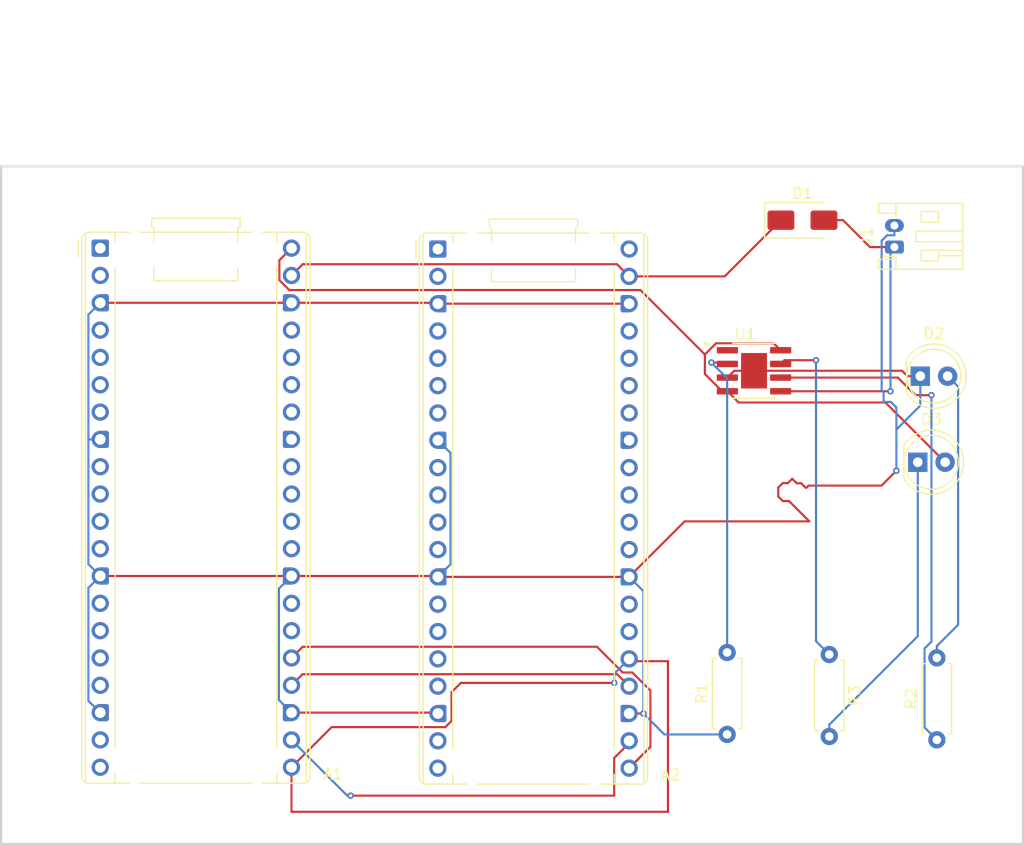
<source format=kicad_pcb>
(kicad_pcb (version 20241229) (generator "pcbnew") (generator_version "9.0")
  (layers (0 "F.Cu" signal) (2 "B.Cu" signal) (13 "F.Paste" user) (15 "B.Paste" user) (5 "F.SilkS" user "F.Silkscreen") (7 "B.SilkS" user "B.Silkscreen") (1 "F.Mask" user) (3 "B.Mask" user) (25 "Edge.Cuts" user))
  (net 0 "")
  (net 1 "VBAT(+)")
  (net 2 "VSYS")
  (net 3 "Net-(D2-A)")
  (net 4 "GND")
  (net 5 "Net-(D3-K)")
  (net 6 "Net-(U1-PROG)")
  (net 7 "STDBY")
  (net 8 "CHRG")
  (net 10 "VBUS")
  (net 11 "SCK")
  (net 12 "CS")
  (net 13 "RX-TX")
  (net 14 "TX-RX")
  (footprint "LED_THT:LED_D5.0mm" (layer "F.Cu") (at 159.725 72.5)
    (property "Reference" "D3" (at 1.27 -3.96 0) (layer "F.SilkS"))
    (property "Value" "LED")
    (fp_line (start -1.29 -1.545) (end -1.29 1.545) (stroke (width 0.12)) (layer "F.SilkS"))
    (fp_arc (start -1.29 -1.54483) (mid 2.071756 -2.880501) (end 4.26 -0.000048) (stroke (width 0.12)) (layer "F.SilkS"))
    (fp_arc (start 4.26 0.000048) (mid 2.071756 2.880501) (end -1.29 1.54483) (stroke (width 0.12)) (layer "F.SilkS"))
    (fp_circle (center 1.27 0) (end 3.77 0) (stroke (width 0.12)) (fill no) (layer "F.SilkS"))
    (pad "1" thru_hole rect (at 0 0) (size 1.8 1.8) (drill 0.9) (layers "*.Cu" "*.Mask") (net 5 "Net-(D3-K)"))
    (pad "2" thru_hole circle (at 2.54 0) (size 1.8 1.8) (drill 0.9) (layers "*.Cu" "*.Mask") (net 10 "VBUS"))
  )
  (footprint "Module:RaspberryPi_Pico_Common_THT" (layer "F.Cu") (at 83.72 52.6)
    (property "Reference" "A1" (at 20.6375 48.895 0) (layer "F.SilkS") (effects (justify left)))
    (property "Value" "RaspberryPi_Pico")
    (fp_line (start -2.04 0.8) (end -2.04 -0.8) (stroke (width 0.12)) (layer "F.SilkS"))
    (fp_line (start -1.72 -0.87) (end -1.72 49.13) (stroke (width 0.12)) (layer "F.SilkS"))
    (fp_line (start -1.38 -1.417) (end -1.38 49.677) (stroke (width 0.12)) (layer "F.SilkS"))
    (fp_line (start -1.11 -1.48) (end 1.38 -1.48) (stroke (width 0.12)) (layer "F.SilkS"))
    (fp_line (start -1.11 49.74) (end 2.727939 49.74) (stroke (width 0.12)) (layer "F.SilkS"))
    (fp_line (start 1.38 -1.48) (end 1.38 -0.56648) (stroke (width 0.12)) (layer "F.SilkS"))
    (fp_line (start 1.38 -1.48) (end 2.72794 -1.48) (stroke (width 0.12)) (layer "F.SilkS"))
    (fp_line (start 1.38 1.82648) (end 1.38 46.43352) (stroke (width 0.12)) (layer "F.SilkS"))
    (fp_line (start 1.38 48.82648) (end 1.38 49.74) (stroke (width 0.12)) (layer "F.SilkS"))
    (fp_line (start 3.652061 -1.48) (end 4.655 -1.48) (stroke (width 0.12)) (layer "F.SilkS"))
    (fp_line (start 4.655 -1.48) (end 13.125 -1.48) (stroke (width 0.12)) (layer "F.SilkS"))
    (fp_line (start 4.78 -2.78) (end 4.78 -1.96) (stroke (width 0.12)) (layer "F.SilkS"))
    (fp_line (start 4.78 -2.78) (end 13 -2.78) (stroke (width 0.12)) (layer "F.SilkS"))
    (fp_line (start 4.78 -1.96) (end 4.99 -1.96) (stroke (width 0.12)) (layer "F.SilkS"))
    (fp_line (start 4.99 -1.96) (end 4.99 -0.564) (stroke (width 0.12)) (layer "F.SilkS"))
    (fp_line (start 4.99 1.824) (end 4.99 3.04) (stroke (width 0.12)) (layer "F.SilkS"))
    (fp_line (start 5.29 49.74) (end 3.652061 49.74) (stroke (width 0.12)) (layer "F.SilkS"))
    (fp_line (start 12.49 49.74) (end 5.29 49.74) (stroke (width 0.12)) (layer "F.SilkS"))
    (fp_line (start 12.79 -1.96) (end 12.79 -0.564) (stroke (width 0.12)) (layer "F.SilkS"))
    (fp_line (start 12.79 1.824) (end 12.79 3.04) (stroke (width 0.12)) (layer "F.SilkS"))
    (fp_line (start 12.79 3.04) (end 4.99 3.04) (stroke (width 0.12)) (layer "F.SilkS"))
    (fp_line (start 13 -2.78) (end 13 -1.96) (stroke (width 0.12)) (layer "F.SilkS"))
    (fp_line (start 13 -1.96) (end 12.79 -1.96) (stroke (width 0.12)) (layer "F.SilkS"))
    (fp_line (start 13.125 -1.48) (end 14.127939 -1.48) (stroke (width 0.12)) (layer "F.SilkS"))
    (fp_line (start 14.127939 49.74) (end 12.49 49.74) (stroke (width 0.12)) (layer "F.SilkS"))
    (fp_line (start 15.052061 -1.48) (end 16.4 -1.48) (stroke (width 0.12)) (layer "F.SilkS"))
    (fp_line (start 15.052061 49.74) (end 18.89 49.74) (stroke (width 0.12)) (layer "F.SilkS"))
    (fp_line (start 16.4 -1.48) (end 16.4 -0.56648) (stroke (width 0.12)) (layer "F.SilkS"))
    (fp_line (start 16.4 1.82648) (end 16.4 46.43352) (stroke (width 0.12)) (layer "F.SilkS"))
    (fp_line (start 16.4 48.82648) (end 16.4 49.74) (stroke (width 0.12)) (layer "F.SilkS"))
    (fp_line (start 18.89 -1.48) (end 16.4 -1.48) (stroke (width 0.12)) (layer "F.SilkS"))
    (fp_line (start 19.16 49.677) (end 19.16 -1.417) (stroke (width 0.12)) (layer "F.SilkS"))
    (fp_line (start 19.5 -0.87) (end 19.5 49.13) (stroke (width 0.12)) (layer "F.SilkS"))
    (fp_arc (start -1.72 -0.87) (mid -1.541335 -1.301335) (end -1.11 -1.48) (stroke (width 0.12)) (layer "F.SilkS"))
    (fp_arc (start -1.11 49.74) (mid -1.541364 49.561364) (end -1.72 49.13) (stroke (width 0.12)) (layer "F.SilkS"))
    (fp_arc (start 18.89 -1.48) (mid 19.321335 -1.301335) (end 19.5 -0.87) (stroke (width 0.12)) (layer "F.SilkS"))
    (fp_arc (start 19.5 49.13) (mid 19.321335 49.561335) (end 18.89 49.74) (stroke (width 0.12)) (layer "F.SilkS"))
    (pad "1" thru_hole roundrect (at 0 0) (size 1.6 1.6) (drill 1) (layers "*.Cu" "*.Mask") (roundrect_rratio 0.125))
    (pad "2" thru_hole circle (at 0 2.54) (size 1.6 1.6) (drill 1) (layers "*.Cu" "*.Mask"))
    (pad "3" thru_hole custom (at 0 5.08) (size 1.6 1.6) (drill 1) (layers "*.Cu" "*.Mask") (net 4 "GND") (options (clearance outline) (anchor circle)) (primitives (gr_poly (pts (xy 0.8 0.6) (xy 0.8 -0.6) (xy 0.6 -0.8) (xy 0 -0.8) (xy 0 0.8) (xy 0.6 0.8)) (width 0) (fill yes)) (gr_circle (center 0.6 0.6) (end 0.8 0.6) (width 0) (fill yes)) (gr_circle (center 0.6 -0.6) (end 0.8 -0.6) (width 0) (fill yes))))
    (pad "4" thru_hole circle (at 0 7.62) (size 1.6 1.6) (drill 1) (layers "*.Cu" "*.Mask"))
    (pad "5" thru_hole circle (at 0 10.16) (size 1.6 1.6) (drill 1) (layers "*.Cu" "*.Mask"))
    (pad "6" thru_hole circle (at 0 12.7) (size 1.6 1.6) (drill 1) (layers "*.Cu" "*.Mask"))
    (pad "7" thru_hole circle (at 0 15.24) (size 1.6 1.6) (drill 1) (layers "*.Cu" "*.Mask"))
    (pad "8" thru_hole custom (at 0 17.78) (size 1.6 1.6) (drill 1) (layers "*.Cu" "*.Mask") (net 4 "GND") (options (clearance outline) (anchor circle)) (primitives (gr_poly (pts (xy 0.8 0.6) (xy 0.8 -0.6) (xy 0.6 -0.8) (xy 0 -0.8) (xy 0 0.8) (xy 0.6 0.8)) (width 0) (fill yes)) (gr_circle (center 0.6 0.6) (end 0.8 0.6) (width 0) (fill yes)) (gr_circle (center 0.6 -0.6) (end 0.8 -0.6) (width 0) (fill yes))))
    (pad "9" thru_hole circle (at 0 20.32) (size 1.6 1.6) (drill 1) (layers "*.Cu" "*.Mask"))
    (pad "10" thru_hole circle (at 0 22.86) (size 1.6 1.6) (drill 1) (layers "*.Cu" "*.Mask"))
    (pad "11" thru_hole circle (at 0 25.4) (size 1.6 1.6) (drill 1) (layers "*.Cu" "*.Mask"))
    (pad "12" thru_hole circle (at 0 27.94) (size 1.6 1.6) (drill 1) (layers "*.Cu" "*.Mask"))
    (pad "13" thru_hole custom (at 0 30.48) (size 1.6 1.6) (drill 1) (layers "*.Cu" "*.Mask") (net 4 "GND") (options (clearance outline) (anchor circle)) (primitives (gr_poly (pts (xy 0.8 0.6) (xy 0.8 -0.6) (xy 0.6 -0.8) (xy 0 -0.8) (xy 0 0.8) (xy 0.6 0.8)) (width 0) (fill yes)) (gr_circle (center 0.6 0.6) (end 0.8 0.6) (width 0) (fill yes)) (gr_circle (center 0.6 -0.6) (end 0.8 -0.6) (width 0) (fill yes))))
    (pad "14" thru_hole circle (at 0 33.02) (size 1.6 1.6) (drill 1) (layers "*.Cu" "*.Mask"))
    (pad "15" thru_hole circle (at 0 35.56) (size 1.6 1.6) (drill 1) (layers "*.Cu" "*.Mask"))
    (pad "16" thru_hole circle (at 0 38.1) (size 1.6 1.6) (drill 1) (layers "*.Cu" "*.Mask"))
    (pad "17" thru_hole circle (at 0 40.64) (size 1.6 1.6) (drill 1) (layers "*.Cu" "*.Mask"))
    (pad "18" thru_hole custom (at 0 43.18) (size 1.6 1.6) (drill 1) (layers "*.Cu" "*.Mask") (net 4 "GND") (options (clearance outline) (anchor circle)) (primitives (gr_poly (pts (xy 0.8 0.6) (xy 0.8 -0.6) (xy 0.6 -0.8) (xy 0 -0.8) (xy 0 0.8) (xy 0.6 0.8)) (width 0) (fill yes)) (gr_circle (center 0.6 0.6) (end 0.8 0.6) (width 0) (fill yes)) (gr_circle (center 0.6 -0.6) (end 0.8 -0.6) (width 0) (fill yes))))
    (pad "19" thru_hole circle (at 0 45.72) (size 1.6 1.6) (drill 1) (layers "*.Cu" "*.Mask"))
    (pad "20" thru_hole circle (at 0 48.26) (size 1.6 1.6) (drill 1) (layers "*.Cu" "*.Mask"))
    (pad "21" thru_hole circle (at 17.78 48.26) (size 1.6 1.6) (drill 1) (layers "*.Cu" "*.Mask") (net 13 "RX-TX"))
    (pad "22" thru_hole circle (at 17.78 45.72) (size 1.6 1.6) (drill 1) (layers "*.Cu" "*.Mask") (net 12 "CS"))
    (pad "23" thru_hole custom (at 17.78 43.18) (size 1.6 1.6) (drill 1) (layers "*.Cu" "*.Mask") (net 4 "GND") (options (clearance outline) (anchor circle)) (primitives (gr_poly (pts (xy -0.8 0.6) (xy -0.8 -0.6) (xy -0.6 -0.8) (xy 0 -0.8) (xy 0 0.8) (xy -0.6 0.8)) (width 0) (fill yes)) (gr_circle (center -0.6 0.6) (end -0.4 0.6) (width 0) (fill yes)) (gr_circle (center -0.6 -0.6) (end -0.4 -0.6) (width 0) (fill yes))))
    (pad "24" thru_hole circle (at 17.78 40.64) (size 1.6 1.6) (drill 1) (layers "*.Cu" "*.Mask") (net 11 "SCK"))
    (pad "25" thru_hole circle (at 17.78 38.1) (size 1.6 1.6) (drill 1) (layers "*.Cu" "*.Mask") (net 14 "TX-RX"))
    (pad "26" thru_hole circle (at 17.78 35.56) (size 1.6 1.6) (drill 1) (layers "*.Cu" "*.Mask"))
    (pad "27" thru_hole circle (at 17.78 33.02) (size 1.6 1.6) (drill 1) (layers "*.Cu" "*.Mask"))
    (pad "28" thru_hole custom (at 17.78 30.48) (size 1.6 1.6) (drill 1) (layers "*.Cu" "*.Mask") (net 4 "GND") (options (clearance outline) (anchor circle)) (primitives (gr_poly (pts (xy -0.8 0.6) (xy -0.8 -0.6) (xy -0.6 -0.8) (xy 0 -0.8) (xy 0 0.8) (xy -0.6 0.8)) (width 0) (fill yes)) (gr_circle (center -0.6 0.6) (end -0.4 0.6) (width 0) (fill yes)) (gr_circle (center -0.6 -0.6) (end -0.4 -0.6) (width 0) (fill yes))))
    (pad "29" thru_hole circle (at 17.78 27.94) (size 1.6 1.6) (drill 1) (layers "*.Cu" "*.Mask"))
    (pad "30" thru_hole circle (at 17.78 25.4) (size 1.6 1.6) (drill 1) (layers "*.Cu" "*.Mask"))
    (pad "31" thru_hole circle (at 17.78 22.86) (size 1.6 1.6) (drill 1) (layers "*.Cu" "*.Mask"))
    (pad "32" thru_hole circle (at 17.78 20.32) (size 1.6 1.6) (drill 1) (layers "*.Cu" "*.Mask"))
    (pad "33" thru_hole custom (at 17.78 17.78) (size 1.6 1.6) (drill 1) (layers "*.Cu" "*.Mask") (options (clearance outline) (anchor circle)) (primitives (gr_poly (pts (xy -0.8 0.6) (xy -0.8 -0.6) (xy -0.6 -0.8) (xy 0 -0.8) (xy 0 0.8) (xy -0.6 0.8)) (width 0) (fill yes)) (gr_circle (center -0.6 0.6) (end -0.4 0.6) (width 0) (fill yes)) (gr_circle (center -0.6 -0.6) (end -0.4 -0.6) (width 0) (fill yes))))
    (pad "34" thru_hole circle (at 17.78 15.24) (size 1.6 1.6) (drill 1) (layers "*.Cu" "*.Mask"))
    (pad "35" thru_hole circle (at 17.78 12.7) (size 1.6 1.6) (drill 1) (layers "*.Cu" "*.Mask"))
    (pad "36" thru_hole circle (at 17.78 10.16) (size 1.6 1.6) (drill 1) (layers "*.Cu" "*.Mask"))
    (pad "37" thru_hole circle (at 17.78 7.62) (size 1.6 1.6) (drill 1) (layers "*.Cu" "*.Mask"))
    (pad "38" thru_hole custom (at 17.78 5.08) (size 1.6 1.6) (drill 1) (layers "*.Cu" "*.Mask") (net 4 "GND") (options (clearance outline) (anchor circle)) (primitives (gr_poly (pts (xy -0.8 0.6) (xy -0.8 -0.6) (xy -0.6 -0.8) (xy 0 -0.8) (xy 0 0.8) (xy -0.6 0.8)) (width 0) (fill yes)) (gr_circle (center -0.6 0.6) (end -0.4 0.6) (width 0) (fill yes)) (gr_circle (center -0.6 -0.6) (end -0.4 -0.6) (width 0) (fill yes))))
    (pad "39" thru_hole circle (at 17.78 2.54) (size 1.6 1.6) (drill 1) (layers "*.Cu" "*.Mask") (net 2 "VSYS"))
    (pad "40" thru_hole circle (at 17.78 0) (size 1.6 1.6) (drill 1) (layers "*.Cu" "*.Mask") (net 10 "VBUS"))
  )
  (footprint "Module:RaspberryPi_Pico_Common_THT" (layer "F.Cu") (at 115.11 52.6825)
    (property "Reference" "A2" (at 20.6375 48.895 0) (layer "F.SilkS") (effects (justify left)))
    (property "Value" "RaspberryPi_Pico")
    (fp_line (start -2.04 0.8) (end -2.04 -0.8) (stroke (width 0.12)) (layer "F.SilkS"))
    (fp_line (start -1.72 -0.87) (end -1.72 49.13) (stroke (width 0.12)) (layer "F.SilkS"))
    (fp_line (start -1.38 -1.417) (end -1.38 49.677) (stroke (width 0.12)) (layer "F.SilkS"))
    (fp_line (start -1.11 -1.48) (end 1.38 -1.48) (stroke (width 0.12)) (layer "F.SilkS"))
    (fp_line (start -1.11 49.74) (end 2.727939 49.74) (stroke (width 0.12)) (layer "F.SilkS"))
    (fp_line (start 1.38 -1.48) (end 1.38 -0.56648) (stroke (width 0.12)) (layer "F.SilkS"))
    (fp_line (start 1.38 -1.48) (end 2.72794 -1.48) (stroke (width 0.12)) (layer "F.SilkS"))
    (fp_line (start 1.38 1.82648) (end 1.38 46.43352) (stroke (width 0.12)) (layer "F.SilkS"))
    (fp_line (start 1.38 48.82648) (end 1.38 49.74) (stroke (width 0.12)) (layer "F.SilkS"))
    (fp_line (start 3.652061 -1.48) (end 4.655 -1.48) (stroke (width 0.12)) (layer "F.SilkS"))
    (fp_line (start 4.655 -1.48) (end 13.125 -1.48) (stroke (width 0.12)) (layer "F.SilkS"))
    (fp_line (start 4.78 -2.78) (end 4.78 -1.96) (stroke (width 0.12)) (layer "F.SilkS"))
    (fp_line (start 4.78 -2.78) (end 13 -2.78) (stroke (width 0.12)) (layer "F.SilkS"))
    (fp_line (start 4.78 -1.96) (end 4.99 -1.96) (stroke (width 0.12)) (layer "F.SilkS"))
    (fp_line (start 4.99 -1.96) (end 4.99 -0.564) (stroke (width 0.12)) (layer "F.SilkS"))
    (fp_line (start 4.99 1.824) (end 4.99 3.04) (stroke (width 0.12)) (layer "F.SilkS"))
    (fp_line (start 5.29 49.74) (end 3.652061 49.74) (stroke (width 0.12)) (layer "F.SilkS"))
    (fp_line (start 12.49 49.74) (end 5.29 49.74) (stroke (width 0.12)) (layer "F.SilkS"))
    (fp_line (start 12.79 -1.96) (end 12.79 -0.564) (stroke (width 0.12)) (layer "F.SilkS"))
    (fp_line (start 12.79 1.824) (end 12.79 3.04) (stroke (width 0.12)) (layer "F.SilkS"))
    (fp_line (start 12.79 3.04) (end 4.99 3.04) (stroke (width 0.12)) (layer "F.SilkS"))
    (fp_line (start 13 -2.78) (end 13 -1.96) (stroke (width 0.12)) (layer "F.SilkS"))
    (fp_line (start 13 -1.96) (end 12.79 -1.96) (stroke (width 0.12)) (layer "F.SilkS"))
    (fp_line (start 13.125 -1.48) (end 14.127939 -1.48) (stroke (width 0.12)) (layer "F.SilkS"))
    (fp_line (start 14.127939 49.74) (end 12.49 49.74) (stroke (width 0.12)) (layer "F.SilkS"))
    (fp_line (start 15.052061 -1.48) (end 16.4 -1.48) (stroke (width 0.12)) (layer "F.SilkS"))
    (fp_line (start 15.052061 49.74) (end 18.89 49.74) (stroke (width 0.12)) (layer "F.SilkS"))
    (fp_line (start 16.4 -1.48) (end 16.4 -0.56648) (stroke (width 0.12)) (layer "F.SilkS"))
    (fp_line (start 16.4 1.82648) (end 16.4 46.43352) (stroke (width 0.12)) (layer "F.SilkS"))
    (fp_line (start 16.4 48.82648) (end 16.4 49.74) (stroke (width 0.12)) (layer "F.SilkS"))
    (fp_line (start 18.89 -1.48) (end 16.4 -1.48) (stroke (width 0.12)) (layer "F.SilkS"))
    (fp_line (start 19.16 49.677) (end 19.16 -1.417) (stroke (width 0.12)) (layer "F.SilkS"))
    (fp_line (start 19.5 -0.87) (end 19.5 49.13) (stroke (width 0.12)) (layer "F.SilkS"))
    (fp_arc (start -1.72 -0.87) (mid -1.541335 -1.301335) (end -1.11 -1.48) (stroke (width 0.12)) (layer "F.SilkS"))
    (fp_arc (start -1.11 49.74) (mid -1.541364 49.561364) (end -1.72 49.13) (stroke (width 0.12)) (layer "F.SilkS"))
    (fp_arc (start 18.89 -1.48) (mid 19.321335 -1.301335) (end 19.5 -0.87) (stroke (width 0.12)) (layer "F.SilkS"))
    (fp_arc (start 19.5 49.13) (mid 19.321335 49.561335) (end 18.89 49.74) (stroke (width 0.12)) (layer "F.SilkS"))
    (pad "1" thru_hole roundrect (at 0 0) (size 1.6 1.6) (drill 1) (layers "*.Cu" "*.Mask") (roundrect_rratio 0.125))
    (pad "2" thru_hole circle (at 0 2.54) (size 1.6 1.6) (drill 1) (layers "*.Cu" "*.Mask"))
    (pad "3" thru_hole custom (at 0 5.08) (size 1.6 1.6) (drill 1) (layers "*.Cu" "*.Mask") (net 4 "GND") (options (clearance outline) (anchor circle)) (primitives (gr_poly (pts (xy 0.8 0.6) (xy 0.8 -0.6) (xy 0.6 -0.8) (xy 0 -0.8) (xy 0 0.8) (xy 0.6 0.8)) (width 0) (fill yes)) (gr_circle (center 0.6 0.6) (end 0.8 0.6) (width 0) (fill yes)) (gr_circle (center 0.6 -0.6) (end 0.8 -0.6) (width 0) (fill yes))))
    (pad "4" thru_hole circle (at 0 7.62) (size 1.6 1.6) (drill 1) (layers "*.Cu" "*.Mask"))
    (pad "5" thru_hole circle (at 0 10.16) (size 1.6 1.6) (drill 1) (layers "*.Cu" "*.Mask"))
    (pad "6" thru_hole circle (at 0 12.7) (size 1.6 1.6) (drill 1) (layers "*.Cu" "*.Mask"))
    (pad "7" thru_hole circle (at 0 15.24) (size 1.6 1.6) (drill 1) (layers "*.Cu" "*.Mask"))
    (pad "8" thru_hole custom (at 0 17.78) (size 1.6 1.6) (drill 1) (layers "*.Cu" "*.Mask") (net 4 "GND") (options (clearance outline) (anchor circle)) (primitives (gr_poly (pts (xy 0.8 0.6) (xy 0.8 -0.6) (xy 0.6 -0.8) (xy 0 -0.8) (xy 0 0.8) (xy 0.6 0.8)) (width 0) (fill yes)) (gr_circle (center 0.6 0.6) (end 0.8 0.6) (width 0) (fill yes)) (gr_circle (center 0.6 -0.6) (end 0.8 -0.6) (width 0) (fill yes))))
    (pad "9" thru_hole circle (at 0 20.32) (size 1.6 1.6) (drill 1) (layers "*.Cu" "*.Mask"))
    (pad "10" thru_hole circle (at 0 22.86) (size 1.6 1.6) (drill 1) (layers "*.Cu" "*.Mask"))
    (pad "11" thru_hole circle (at 0 25.4) (size 1.6 1.6) (drill 1) (layers "*.Cu" "*.Mask"))
    (pad "12" thru_hole circle (at 0 27.94) (size 1.6 1.6) (drill 1) (layers "*.Cu" "*.Mask"))
    (pad "13" thru_hole custom (at 0 30.48) (size 1.6 1.6) (drill 1) (layers "*.Cu" "*.Mask") (net 4 "GND") (options (clearance outline) (anchor circle)) (primitives (gr_poly (pts (xy 0.8 0.6) (xy 0.8 -0.6) (xy 0.6 -0.8) (xy 0 -0.8) (xy 0 0.8) (xy 0.6 0.8)) (width 0) (fill yes)) (gr_circle (center 0.6 0.6) (end 0.8 0.6) (width 0) (fill yes)) (gr_circle (center 0.6 -0.6) (end 0.8 -0.6) (width 0) (fill yes))))
    (pad "14" thru_hole circle (at 0 33.02) (size 1.6 1.6) (drill 1) (layers "*.Cu" "*.Mask"))
    (pad "15" thru_hole circle (at 0 35.56) (size 1.6 1.6) (drill 1) (layers "*.Cu" "*.Mask"))
    (pad "16" thru_hole circle (at 0 38.1) (size 1.6 1.6) (drill 1) (layers "*.Cu" "*.Mask"))
    (pad "17" thru_hole circle (at 0 40.64) (size 1.6 1.6) (drill 1) (layers "*.Cu" "*.Mask"))
    (pad "18" thru_hole custom (at 0 43.18) (size 1.6 1.6) (drill 1) (layers "*.Cu" "*.Mask") (net 4 "GND") (options (clearance outline) (anchor circle)) (primitives (gr_poly (pts (xy 0.8 0.6) (xy 0.8 -0.6) (xy 0.6 -0.8) (xy 0 -0.8) (xy 0 0.8) (xy 0.6 0.8)) (width 0) (fill yes)) (gr_circle (center 0.6 0.6) (end 0.8 0.6) (width 0) (fill yes)) (gr_circle (center 0.6 -0.6) (end 0.8 -0.6) (width 0) (fill yes))))
    (pad "19" thru_hole circle (at 0 45.72) (size 1.6 1.6) (drill 1) (layers "*.Cu" "*.Mask"))
    (pad "20" thru_hole circle (at 0 48.26) (size 1.6 1.6) (drill 1) (layers "*.Cu" "*.Mask"))
    (pad "21" thru_hole circle (at 17.78 48.26) (size 1.6 1.6) (drill 1) (layers "*.Cu" "*.Mask") (net 14 "TX-RX"))
    (pad "22" thru_hole circle (at 17.78 45.72) (size 1.6 1.6) (drill 1) (layers "*.Cu" "*.Mask") (net 12 "CS"))
    (pad "23" thru_hole custom (at 17.78 43.18) (size 1.6 1.6) (drill 1) (layers "*.Cu" "*.Mask") (net 4 "GND") (options (clearance outline) (anchor circle)) (primitives (gr_poly (pts (xy -0.8 0.6) (xy -0.8 -0.6) (xy -0.6 -0.8) (xy 0 -0.8) (xy 0 0.8) (xy -0.6 0.8)) (width 0) (fill yes)) (gr_circle (center -0.6 0.6) (end -0.4 0.6) (width 0) (fill yes)) (gr_circle (center -0.6 -0.6) (end -0.4 -0.6) (width 0) (fill yes))))
    (pad "24" thru_hole circle (at 17.78 40.64) (size 1.6 1.6) (drill 1) (layers "*.Cu" "*.Mask") (net 11 "SCK"))
    (pad "25" thru_hole circle (at 17.78 38.1) (size 1.6 1.6) (drill 1) (layers "*.Cu" "*.Mask") (net 13 "RX-TX"))
    (pad "26" thru_hole circle (at 17.78 35.56) (size 1.6 1.6) (drill 1) (layers "*.Cu" "*.Mask"))
    (pad "27" thru_hole circle (at 17.78 33.02) (size 1.6 1.6) (drill 1) (layers "*.Cu" "*.Mask"))
    (pad "28" thru_hole custom (at 17.78 30.48) (size 1.6 1.6) (drill 1) (layers "*.Cu" "*.Mask") (net 4 "GND") (options (clearance outline) (anchor circle)) (primitives (gr_poly (pts (xy -0.8 0.6) (xy -0.8 -0.6) (xy -0.6 -0.8) (xy 0 -0.8) (xy 0 0.8) (xy -0.6 0.8)) (width 0) (fill yes)) (gr_circle (center -0.6 0.6) (end -0.4 0.6) (width 0) (fill yes)) (gr_circle (center -0.6 -0.6) (end -0.4 -0.6) (width 0) (fill yes))))
    (pad "29" thru_hole circle (at 17.78 27.94) (size 1.6 1.6) (drill 1) (layers "*.Cu" "*.Mask"))
    (pad "30" thru_hole circle (at 17.78 25.4) (size 1.6 1.6) (drill 1) (layers "*.Cu" "*.Mask"))
    (pad "31" thru_hole circle (at 17.78 22.86) (size 1.6 1.6) (drill 1) (layers "*.Cu" "*.Mask"))
    (pad "32" thru_hole circle (at 17.78 20.32) (size 1.6 1.6) (drill 1) (layers "*.Cu" "*.Mask"))
    (pad "33" thru_hole custom (at 17.78 17.78) (size 1.6 1.6) (drill 1) (layers "*.Cu" "*.Mask") (options (clearance outline) (anchor circle)) (primitives (gr_poly (pts (xy -0.8 0.6) (xy -0.8 -0.6) (xy -0.6 -0.8) (xy 0 -0.8) (xy 0 0.8) (xy -0.6 0.8)) (width 0) (fill yes)) (gr_circle (center -0.6 0.6) (end -0.4 0.6) (width 0) (fill yes)) (gr_circle (center -0.6 -0.6) (end -0.4 -0.6) (width 0) (fill yes))))
    (pad "34" thru_hole circle (at 17.78 15.24) (size 1.6 1.6) (drill 1) (layers "*.Cu" "*.Mask"))
    (pad "35" thru_hole circle (at 17.78 12.7) (size 1.6 1.6) (drill 1) (layers "*.Cu" "*.Mask"))
    (pad "36" thru_hole circle (at 17.78 10.16) (size 1.6 1.6) (drill 1) (layers "*.Cu" "*.Mask"))
    (pad "37" thru_hole circle (at 17.78 7.62) (size 1.6 1.6) (drill 1) (layers "*.Cu" "*.Mask"))
    (pad "38" thru_hole custom (at 17.78 5.08) (size 1.6 1.6) (drill 1) (layers "*.Cu" "*.Mask") (net 4 "GND") (options (clearance outline) (anchor circle)) (primitives (gr_poly (pts (xy -0.8 0.6) (xy -0.8 -0.6) (xy -0.6 -0.8) (xy 0 -0.8) (xy 0 0.8) (xy -0.6 0.8)) (width 0) (fill yes)) (gr_circle (center -0.6 0.6) (end -0.4 0.6) (width 0) (fill yes)) (gr_circle (center -0.6 -0.6) (end -0.4 -0.6) (width 0) (fill yes))))
    (pad "39" thru_hole circle (at 17.78 2.54) (size 1.6 1.6) (drill 1) (layers "*.Cu" "*.Mask") (net 2 "VSYS"))
    (pad "40" thru_hole circle (at 17.78 0) (size 1.6 1.6) (drill 1) (layers "*.Cu" "*.Mask"))
  )
  (footprint "Connector_JST:JST_PH_S2B-PH-K_1x02_P2.00mm_Horizontal" (layer "F.Cu") (at 157.55 52.5 90)
    (property "Reference" "J1" (at 1 -2.55 90) (layer "F.SilkS"))
    (property "Value" "Conn_01x02")
    (fp_line (start 4.06 -1.46) (end 3.14 -1.46) (stroke (width 0.12)) (layer "F.SilkS"))
    (fp_line (start 3.14 -1.46) (end 3.14 0.14) (stroke (width 0.12)) (layer "F.SilkS"))
    (fp_line (start -1.14 -1.46) (end -2.06 -1.46) (stroke (width 0.12)) (layer "F.SilkS"))
    (fp_line (start -2.06 -1.46) (end -2.06 6.36) (stroke (width 0.12)) (layer "F.SilkS"))
    (fp_line (start 4.06 0.14) (end 3.14 0.14) (stroke (width 0.12)) (layer "F.SilkS"))
    (fp_line (start 3.14 0.14) (end 2.86 0.14) (stroke (width 0.12)) (layer "F.SilkS"))
    (fp_line (start -0.86 0.14) (end -0.86 -1.075) (stroke (width 0.12)) (layer "F.SilkS"))
    (fp_line (start -0.86 0.14) (end -1.14 0.14) (stroke (width 0.12)) (layer "F.SilkS"))
    (fp_line (start -1.14 0.14) (end -1.14 -1.46) (stroke (width 0.12)) (layer "F.SilkS"))
    (fp_line (start -2.06 0.14) (end -1.14 0.14) (stroke (width 0.12)) (layer "F.SilkS"))
    (fp_line (start 1.5 2) (end 1.5 6.36) (stroke (width 0.12)) (layer "F.SilkS"))
    (fp_line (start 0.5 2) (end 1.5 2) (stroke (width 0.12)) (layer "F.SilkS"))
    (fp_line (start 3.3 2.5) (end 3.3 4.1) (stroke (width 0.12)) (layer "F.SilkS"))
    (fp_line (start 2.3 2.5) (end 3.3 2.5) (stroke (width 0.12)) (layer "F.SilkS"))
    (fp_line (start -0.3 2.5) (end -1.3 2.5) (stroke (width 0.12)) (layer "F.SilkS"))
    (fp_line (start -1.3 2.5) (end -1.3 4.1) (stroke (width 0.12)) (layer "F.SilkS"))
    (fp_line (start 3.3 4.1) (end 2.3 4.1) (stroke (width 0.12)) (layer "F.SilkS"))
    (fp_line (start 2.3 4.1) (end 2.3 2.5) (stroke (width 0.12)) (layer "F.SilkS"))
    (fp_line (start -0.3 4.1) (end -0.3 2.5) (stroke (width 0.12)) (layer "F.SilkS"))
    (fp_line (start -0.3 4.1) (end -0.3 6.36) (stroke (width 0.12)) (layer "F.SilkS"))
    (fp_line (start -0.8 4.1) (end -0.8 6.36) (stroke (width 0.12)) (layer "F.SilkS"))
    (fp_line (start -1.3 4.1) (end -0.3 4.1) (stroke (width 0.12)) (layer "F.SilkS"))
    (fp_line (start 4.06 6.36) (end 4.06 -1.46) (stroke (width 0.12)) (layer "F.SilkS"))
    (fp_line (start 0.5 6.36) (end 0.5 2) (stroke (width 0.12)) (layer "F.SilkS"))
    (fp_line (start -2.06 6.36) (end 4.06 6.36) (stroke (width 0.12)) (layer "F.SilkS"))
    (pad "1" thru_hole roundrect (at 0 0 90) (size 1.2 1.75) (drill 0.75) (layers "*.Cu" "*.Mask") (roundrect_rratio 0.208333) (net 1 "VBAT(+)"))
    (pad "2" thru_hole oval (at 2 0 90) (size 1.2 1.75) (drill 0.75) (layers "*.Cu" "*.Mask") (net 4 "GND"))
  )
  (footprint "Resistor_THT:R_Axial_DIN0207_L6.3mm_D2.5mm_P7.62mm_Horizontal" (layer "F.Cu") (at 161.5 98.31 90)
    (property "Reference" "R2" (at 3.81 -2.37 90) (layer "F.SilkS"))
    (property "Value" "1k")
    (fp_line (start 7.08 -1.37) (end 7.08 -1.04) (stroke (width 0.12)) (layer "F.SilkS"))
    (fp_line (start 0.54 -1.37) (end 7.08 -1.37) (stroke (width 0.12)) (layer "F.SilkS"))
    (fp_line (start 0.54 -1.04) (end 0.54 -1.37) (stroke (width 0.12)) (layer "F.SilkS"))
    (fp_line (start 0.54 1.04) (end 0.54 1.37) (stroke (width 0.12)) (layer "F.SilkS"))
    (fp_line (start 7.08 1.37) (end 7.08 1.04) (stroke (width 0.12)) (layer "F.SilkS"))
    (fp_line (start 0.54 1.37) (end 7.08 1.37) (stroke (width 0.12)) (layer "F.SilkS"))
    (pad "1" thru_hole circle (at 0 0 90) (size 1.6 1.6) (drill 0.8) (layers "*.Cu" "*.Mask") (net 7 "STDBY"))
    (pad "2" thru_hole oval (at 7.62 0 90) (size 1.6 1.6) (drill 0.8) (layers "*.Cu" "*.Mask") (net 3 "Net-(D2-A)"))
  )
  (footprint "TP4056:SOP127P600X175-9N" (layer "F.Cu") (at 144.5 64)
    (property "Reference" "U1" (at -0.795 -3.362 0) (layer "F.SilkS"))
    (property "Value" "TP4056")
    (fp_line (start -2 -2.55) (end 2 -2.55) (stroke (width 0.127)) (layer "F.SilkS"))
    (fp_line (start -2 2.55) (end 2 2.55) (stroke (width 0.127)) (layer "F.SilkS"))
    (fp_circle (center -4.445 -2.505) (end -4.345 -2.505) (stroke (width 0.2)) (fill no) (layer "F.SilkS"))
    (pad "1" smd roundrect (at -2.475 -1.905) (size 1.97 0.6) (layers "F.Cu" "F.Mask" "F.Paste") (roundrect_rratio 0.125))
    (pad "2" smd roundrect (at -2.475 -0.635) (size 1.97 0.6) (layers "F.Cu" "F.Mask" "F.Paste") (roundrect_rratio 0.125) (net 6 "Net-(U1-PROG)"))
    (pad "3" smd roundrect (at -2.475 0.635) (size 1.97 0.6) (layers "F.Cu" "F.Mask" "F.Paste") (roundrect_rratio 0.125) (net 4 "GND"))
    (pad "4" smd roundrect (at -2.475 1.905) (size 1.97 0.6) (layers "F.Cu" "F.Mask" "F.Paste") (roundrect_rratio 0.125) (net 10 "VBUS"))
    (pad "5" smd roundrect (at 2.475 1.905) (size 1.97 0.6) (layers "F.Cu" "F.Mask" "F.Paste") (roundrect_rratio 0.125) (net 1 "VBAT(+)"))
    (pad "6" smd roundrect (at 2.475 0.635) (size 1.97 0.6) (layers "F.Cu" "F.Mask" "F.Paste") (roundrect_rratio 0.125) (net 7 "STDBY"))
    (pad "7" smd roundrect (at 2.475 -0.635) (size 1.97 0.6) (layers "F.Cu" "F.Mask" "F.Paste") (roundrect_rratio 0.125) (net 8 "CHRG"))
    (pad "8" smd roundrect (at 2.475 -1.905) (size 1.97 0.6) (layers "F.Cu" "F.Mask" "F.Paste") (roundrect_rratio 0.125) (net 10 "VBUS"))
    (pad "9" smd rect (at 0 0) (size 2.413 3.302) (layers "F.Cu" "F.Mask") (net 4 "GND"))
  )
  (footprint "Diode_SMD:D_SMA" (layer "F.Cu") (at 149 50)
    (property "Reference" "D1" (at 0 -2.5 0) (layer "F.SilkS"))
    (property "Value" "SS34")
    (fp_line (start -3.51 -1.65) (end -3.51 1.65) (stroke (width 0.12)) (layer "F.SilkS"))
    (fp_line (start -3.51 -1.65) (end 2 -1.65) (stroke (width 0.12)) (layer "F.SilkS"))
    (fp_line (start -3.51 1.65) (end 2 1.65) (stroke (width 0.12)) (layer "F.SilkS"))
    (pad "1" smd roundrect (at -2 0) (size 2.5 1.8) (layers "F.Cu" "F.Mask" "F.Paste") (roundrect_rratio 0.1388888889) (net 2 "VSYS"))
    (pad "2" smd roundrect (at 2 0) (size 2.5 1.8) (layers "F.Cu" "F.Mask" "F.Paste") (roundrect_rratio 0.1388888889) (net 1 "VBAT(+)"))
  )
  (footprint "Resistor_THT:R_Axial_DIN0207_L6.3mm_D2.5mm_P7.62mm_Horizontal" (layer "F.Cu") (at 151.5 90.38 -90)
    (property "Reference" "R3" (at 3.81 -2.37 90) (layer "F.SilkS"))
    (property "Value" "1k")
    (fp_line (start 0.54 1.37) (end 7.08 1.37) (stroke (width 0.12)) (layer "F.SilkS"))
    (fp_line (start 7.08 1.37) (end 7.08 1.04) (stroke (width 0.12)) (layer "F.SilkS"))
    (fp_line (start 0.54 1.04) (end 0.54 1.37) (stroke (width 0.12)) (layer "F.SilkS"))
    (fp_line (start 0.54 -1.04) (end 0.54 -1.37) (stroke (width 0.12)) (layer "F.SilkS"))
    (fp_line (start 0.54 -1.37) (end 7.08 -1.37) (stroke (width 0.12)) (layer "F.SilkS"))
    (fp_line (start 7.08 -1.37) (end 7.08 -1.04) (stroke (width 0.12)) (layer "F.SilkS"))
    (pad "1" thru_hole circle (at 0 0 270) (size 1.6 1.6) (drill 0.8) (layers "*.Cu" "*.Mask") (net 8 "CHRG"))
    (pad "2" thru_hole oval (at 7.62 0 270) (size 1.6 1.6) (drill 0.8) (layers "*.Cu" "*.Mask") (net 5 "Net-(D3-K)"))
  )
  (footprint "LED_THT:LED_D5.0mm" (layer "F.Cu") (at 159.96 64.5)
    (property "Reference" "D2" (at 1.27 -3.96 0) (layer "F.SilkS"))
    (property "Value" "LED")
    (fp_line (start -1.29 -1.545) (end -1.29 1.545) (stroke (width 0.12)) (layer "F.SilkS"))
    (fp_arc (start -1.29 -1.54483) (mid 2.071756 -2.880501) (end 4.26 -0.000048) (stroke (width 0.12)) (layer "F.SilkS"))
    (fp_arc (start 4.26 0.000048) (mid 2.071756 2.880501) (end -1.29 1.54483) (stroke (width 0.12)) (layer "F.SilkS"))
    (fp_circle (center 1.27 0) (end 3.77 0) (stroke (width 0.12)) (fill no) (layer "F.SilkS"))
    (pad "1" thru_hole rect (at 0 0) (size 1.8 1.8) (drill 0.9) (layers "*.Cu" "*.Mask") (net 4 "GND"))
    (pad "2" thru_hole circle (at 2.54 0) (size 1.8 1.8) (drill 0.9) (layers "*.Cu" "*.Mask") (net 3 "Net-(D2-A)"))
  )
  (footprint "Resistor_THT:R_Axial_DIN0207_L6.3mm_D2.5mm_P7.62mm_Horizontal" (layer "F.Cu") (at 142 97.81 90)
    (property "Reference" "R1" (at 3.81 -2.37 90) (layer "F.SilkS"))
    (property "Value" "1.2k")
    (fp_line (start 7.08 -1.37) (end 7.08 -1.04) (stroke (width 0.12)) (layer "F.SilkS"))
    (fp_line (start 0.54 -1.37) (end 7.08 -1.37) (stroke (width 0.12)) (layer "F.SilkS"))
    (fp_line (start 0.54 -1.04) (end 0.54 -1.37) (stroke (width 0.12)) (layer "F.SilkS"))
    (fp_line (start 0.54 1.04) (end 0.54 1.37) (stroke (width 0.12)) (layer "F.SilkS"))
    (fp_line (start 7.08 1.37) (end 7.08 1.04) (stroke (width 0.12)) (layer "F.SilkS"))
    (fp_line (start 0.54 1.37) (end 7.08 1.37) (stroke (width 0.12)) (layer "F.SilkS"))
    (pad "1" thru_hole circle (at 0 0 90) (size 1.6 1.6) (drill 0.8) (layers "*.Cu" "*.Mask") (net 4 "GND"))
    (pad "2" thru_hole oval (at 7.62 0 90) (size 1.6 1.6) (drill 0.8) (layers "*.Cu" "*.Mask") (net 6 "Net-(U1-PROG)"))
  )
  (gr_line (start 131.5 100) (end 133 98.5) (stroke (width 0.2)) (layer "F.Cu") (net 12))
  (gr_line (start 136.5 105) (end 101.5 105) (stroke (width 0.2)) (layer "F.Cu") (net 13))
  (gr_line (start 136.5 91) (end 136.5 103.5) (stroke (width 0.2)) (layer "F.Cu") (net 13))
  (gr_line (start 107 103.5) (end 131.5 103.5) (stroke (width 0.2)) (layer "F.Cu") (net 12))
  (gr_line (start 133 91) (end 136.5 91) (stroke (width 0.2)) (layer "F.Cu") (net 13))
  (gr_line (start 136.5 103.5) (end 136.5 105) (stroke (width 0.2)) (layer "F.Cu") (net 13))
  (gr_line (start 131.5 103.5) (end 131.5 100) (stroke (width 0.2)) (layer "F.Cu") (net 12))
  (gr_line (start 101.5 105) (end 101.5 101) (stroke (width 0.2)) (layer "F.Cu") (net 13))
  (gr_rect (start 74.5 45) (end 169.5 108) (stroke (width 0.2)) (fill no) (layer "Edge.Cuts"))
  (segment (start 151 50) (end 152.777 50) (width 0.2) (layer "F.Cu") (net 1))
  (segment (start 157.1872 65.9048) (end 146.9752 65.9048) (width 0.2) (layer "F.Cu") (net 1))
  (segment (start 146.9752 65.9048) (end 146.975 65.905) (width 0.2) (layer "F.Cu") (net 1))
  (segment (start 152.777 50) (end 155.277 52.5) (width 0.2) (layer "F.Cu") (net 1))
  (segment (start 155.277 52.5) (end 157.55 52.5) (width 0.2) (layer "F.Cu") (net 1))
  (via (at 157.1872 65.9048) (size 0.6) (drill 0.3) (layers "F.Cu" "B.Cu") (net 1))
  (segment (start 157.55 52.5) (end 157.1872 52.8628) (width 0.2) (layer "B.Cu") (net 1))
  (segment (start 157.1872 52.8628) (end 157.1872 65.9048) (width 0.2) (layer "B.Cu") (net 1))
  (segment (start 131.759 54.0917) (end 132.89 55.2225) (width 0.2) (layer "F.Cu") (net 2))
  (segment (start 141.778 55.2225) (end 132.89 55.2225) (width 0.2) (layer "F.Cu") (net 2))
  (segment (start 147 50) (end 141.778 55.2225) (width 0.2) (layer "F.Cu") (net 2))
  (segment (start 101.5 55.14) (end 102.548 54.0917) (width 0.2) (layer "F.Cu") (net 2))
  (segment (start 102.548 54.0917) (end 131.759 54.0917) (width 0.2) (layer "F.Cu") (net 2))
  (segment (start 161.5 90.69) (end 161.5 89.5883) (width 0.2) (layer "B.Cu") (net 3))
  (segment (start 161.5 89.5883) (end 163.4731 87.6152) (width 0.2) (layer "B.Cu") (net 3))
  (segment (start 163.4731 87.6152) (end 163.4731 65.4731) (width 0.2) (layer "B.Cu") (net 3))
  (segment (start 163.4731 65.4731) (end 162.5 64.5) (width 0.2) (layer "B.Cu") (net 3))
  (segment (start 147.162 74.4465) (end 146.755 74.8531) (width 0.2) (layer "F.Cu") (net 4))
  (segment (start 148.05 74.04) (end 147.644 74.4465) (width 0.2) (layer "F.Cu") (net 4))
  (segment (start 159.96 64.5) (end 158.7583 64.5) (width 0.2) (layer "F.Cu") (net 4))
  (segment (start 144.5 64) (end 158.2583 64) (width 0.2) (layer "F.Cu") (net 4))
  (segment (start 149.573 74.675) (end 149.378 74.8699) (width 0.2) (layer "F.Cu") (net 4))
  (segment (start 142.025 64.635) (end 142.66 64) (width 0.2) (layer "F.Cu") (net 4))
  (segment (start 101.5 57.68) (end 115.0275 57.68) (width 0.2) (layer "F.Cu") (net 4))
  (segment (start 147.644 74.4465) (end 147.162 74.4465) (width 0.2) (layer "F.Cu") (net 4))
  (segment (start 132.89 95.8625) (end 134.219 95.8625) (width 0.2) (layer "F.Cu") (net 4))
  (segment (start 146.755 74.8531) (end 146.755 75.6843) (width 0.2) (layer "F.Cu") (net 4))
  (segment (start 115.0275 57.68) (end 115.028 57.68) (width 0.2) (layer "F.Cu") (net 4))
  (segment (start 115.1105 83.1625) (end 132.89 83.1625) (width 0.2) (layer "F.Cu") (net 4))
  (segment (start 115.0275 95.78) (end 115.11 95.8625) (width 0.2) (layer "F.Cu") (net 4))
  (segment (start 157.738 73.2897) (end 156.353 74.675) (width 0.2) (layer "F.Cu") (net 4))
  (segment (start 115.0275 95.78) (end 115.028 95.78) (width 0.2) (layer "F.Cu") (net 4))
  (segment (start 101.5 83.08) (end 115.028 83.08) (width 0.2) (layer "F.Cu") (net 4))
  (segment (start 148.465 74.4549) (end 148.05 74.04) (width 0.2) (layer "F.Cu") (net 4))
  (segment (start 138.052 78) (end 132.89 83.1625) (width 0.2) (layer "F.Cu") (net 4))
  (segment (start 158.2583 64) (end 158.7583 64.5) (width 0.2) (layer "F.Cu") (net 4))
  (segment (start 149.641 78) (end 138.052 78) (width 0.2) (layer "F.Cu") (net 4))
  (segment (start 148.881 74.4549) (end 148.465 74.4549) (width 0.2) (layer "F.Cu") (net 4))
  (segment (start 147.183 76.1121) (end 147.753 76.1121) (width 0.2) (layer "F.Cu") (net 4))
  (segment (start 101.5 95.78) (end 115.0275 95.78) (width 0.2) (layer "F.Cu") (net 4))
  (segment (start 142.66 64) (end 144.5 64) (width 0.2) (layer "F.Cu") (net 4))
  (segment (start 115.1105 83.1625) (end 115.028 83.08) (width 0.2) (layer "F.Cu") (net 4))
  (segment (start 132.89 57.7625) (end 115.11 57.7625) (width 0.2) (layer "F.Cu") (net 4))
  (segment (start 149.296 74.8699) (end 148.881 74.4549) (width 0.2) (layer "F.Cu") (net 4))
  (segment (start 83.72 57.68) (end 101.5 57.68) (width 0.2) (layer "F.Cu") (net 4))
  (segment (start 156.353 74.675) (end 149.573 74.675) (width 0.2) (layer "F.Cu") (net 4))
  (segment (start 146.755 75.6843) (end 147.183 76.1121) (width 0.2) (layer "F.Cu") (net 4))
  (segment (start 115.11 83.1625) (end 115.1105 83.1625) (width 0.2) (layer "F.Cu") (net 4))
  (segment (start 83.72 83.08) (end 101.5 83.08) (width 0.2) (layer "F.Cu") (net 4))
  (segment (start 115.0275 57.68) (end 115.11 57.7625) (width 0.2) (layer "F.Cu") (net 4))
  (segment (start 149.378 74.8699) (end 149.296 74.8699) (width 0.2) (layer "F.Cu") (net 4))
  (segment (start 147.753 76.1121) (end 149.641 78) (width 0.2) (layer "F.Cu") (net 4))
  (via (at 157.738 73.2897) (size 0.6) (drill 0.3) (layers "F.Cu" "B.Cu") (net 4))
  (via (at 134.219 95.8625) (size 0.6) (drill 0.3) (layers "F.Cu" "B.Cu") (net 4))
  (segment (start 156.367 51.9086) (end 156.367 65.8168) (width 0.2) (layer "B.Cu") (net 4))
  (segment (start 83.72 70.38) (end 82.6183 70.38) (width 0.2) (layer "B.Cu") (net 4))
  (segment (start 159.96 64.5) (end 159.96 67.2346) (width 0.2) (layer "B.Cu") (net 4))
  (segment (start 157.738 69.4566) (end 157.738 73.2897) (width 0.2) (layer "B.Cu") (net 4))
  (segment (start 100.33 84.2498) (end 101.5 83.08) (width 0.2) (layer "B.Cu") (net 4))
  (segment (start 101.5 95.78) (end 100.33 94.6102) (width 0.2) (layer "B.Cu") (net 4))
  (segment (start 159.96 67.2346) (end 157.738 69.4566) (width 0.2) (layer "B.Cu") (net 4))
  (segment (start 134.219 84.4917) (end 134.219 95.8625) (width 0.2) (layer "B.Cu") (net 4))
  (segment (start 83.72 57.68) (end 82.6183 58.7817) (width 0.2) (layer "B.Cu") (net 4))
  (segment (start 115.11 70.4625) (end 116.28 71.6323) (width 0.2) (layer "B.Cu") (net 4))
  (segment (start 82.6183 58.7817) (end 82.6183 70.38) (width 0.2) (layer "B.Cu") (net 4))
  (segment (start 132.89 83.1625) (end 134.219 84.4917) (width 0.2) (layer "B.Cu") (net 4))
  (segment (start 157.226 66.9017) (end 157.738 67.4133) (width 0.2) (layer "B.Cu") (net 4))
  (segment (start 156.55 66) (end 156.55 66.9017) (width 0.2) (layer "B.Cu") (net 4))
  (segment (start 157.55 51.4017) (end 156.874 51.4017) (width 0.2) (layer "B.Cu") (net 4))
  (segment (start 82.6183 81.9783) (end 83.72 83.08) (width 0.2) (layer "B.Cu") (net 4))
  (segment (start 136.1665 97.81) (end 134.219 95.8625) (width 0.2) (layer "B.Cu") (net 4))
  (segment (start 82.6183 70.38) (end 82.6183 81.9783) (width 0.2) (layer "B.Cu") (net 4))
  (segment (start 82.6176 84.1824) (end 83.72 83.08) (width 0.2) (layer "B.Cu") (net 4))
  (segment (start 157.738 67.4133) (end 157.738 69.4566) (width 0.2) (layer "B.Cu") (net 4))
  (segment (start 142 97.81) (end 136.1665 97.81) (width 0.2) (layer "B.Cu") (net 4))
  (segment (start 116.28 81.9927) (end 115.11 83.1625) (width 0.2) (layer "B.Cu") (net 4))
  (segment (start 156.874 51.4017) (end 156.367 51.9086) (width 0.2) (layer "B.Cu") (net 4))
  (segment (start 83.72 95.78) (end 82.6176 94.6776) (width 0.2) (layer "B.Cu") (net 4))
  (segment (start 82.6176 94.6776) (end 82.6176 84.1824) (width 0.2) (layer "B.Cu") (net 4))
  (segment (start 116.28 71.6323) (end 116.28 81.9927) (width 0.2) (layer "B.Cu") (net 4))
  (segment (start 156.367 65.8168) (end 156.55 66) (width 0.2) (layer "B.Cu") (net 4))
  (segment (start 156.55 66.9017) (end 157.226 66.9017) (width 0.2) (layer "B.Cu") (net 4))
  (segment (start 157.55 50.5) (end 157.55 51.4017) (width 0.2) (layer "B.Cu") (net 4))
  (segment (start 100.33 94.6102) (end 100.33 84.2498) (width 0.2) (layer "B.Cu") (net 4))
  (segment (start 151.5 98) (end 151.5 96.8983) (width 0.2) (layer "B.Cu") (net 5))
  (segment (start 159.725 88.6733) (end 151.5 96.8983) (width 0.2) (layer "B.Cu") (net 5))
  (segment (start 159.725 72.5) (end 159.725 88.6733) (width 0.2) (layer "B.Cu") (net 5))
  (segment (start 141.8949 63.2349) (end 142.025 63.365) (width 0.2) (layer "F.Cu") (net 6))
  (segment (start 140.5355 63.2349) (end 141.8949 63.2349) (width 0.2) (layer "F.Cu") (net 6))
  (via (at 140.5355 63.2349) (size 0.6) (drill 0.3) (layers "F.Cu" "B.Cu") (net 6))
  (segment (start 142 64.6994) (end 140.5355 63.2349) (width 0.2) (layer "B.Cu") (net 6))
  (segment (start 142 90.19) (end 142 64.6994) (width 0.2) (layer "B.Cu") (net 6))
  (segment (start 146.975 64.635) (end 157.8683 64.635) (width 0.2) (layer "F.Cu") (net 7))
  (segment (start 159.5006 66.2673) (end 160.9949 66.2673) (width 0.2) (layer "F.Cu") (net 7))
  (segment (start 157.8683 64.635) (end 159.5006 66.2673) (width 0.2) (layer "F.Cu") (net 7))
  (via (at 160.9949 66.2673) (size 0.6) (drill 0.3) (layers "F.Cu" "B.Cu") (net 7))
  (segment (start 160.355 97.165) (end 160.355 89.8211) (width 0.2) (layer "B.Cu") (net 7))
  (segment (start 160.9949 89.1812) (end 160.9949 66.2673) (width 0.2) (layer "B.Cu") (net 7))
  (segment (start 160.355 89.8211) (end 160.9949 89.1812) (width 0.2) (layer "B.Cu") (net 7))
  (segment (start 161.5 98.31) (end 160.355 97.165) (width 0.2) (layer "B.Cu") (net 7))
  (segment (start 150.2625 63.0176) (end 147.3224 63.0176) (width 0.2) (layer "F.Cu") (net 8))
  (segment (start 147.3224 63.0176) (end 146.975 63.365) (width 0.2) (layer "F.Cu") (net 8))
  (via (at 150.2625 63.0176) (size 0.6) (drill 0.3) (layers "F.Cu" "B.Cu") (net 8))
  (segment (start 150.2625 89.1425) (end 150.2625 63.0176) (width 0.2) (layer "B.Cu") (net 8))
  (segment (start 151.5 90.38) (end 150.2625 89.1425) (width 0.2) (layer "B.Cu") (net 8))
  (segment (start 101.5 52.6) (end 100.3724 53.7276) (width 0.2) (layer "F.Cu") (net 10))
  (segment (start 143.0707 66.9507) (end 142.025 65.905) (width 0.2) (layer "F.Cu") (net 10))
  (segment (start 100.3724 53.7276) (end 100.3724 55.5759) (width 0.2) (layer "F.Cu") (net 10))
  (segment (start 156.7157 66.9507) (end 143.0707 66.9507) (width 0.2) (layer "F.Cu") (net 10))
  (segment (start 139.9307 62.4872) (end 140.9716 61.4463) (width 0.2) (layer "F.Cu") (net 10))
  (segment (start 142.025 65.905) (end 141.5358 65.905) (width 0.2) (layer "F.Cu") (net 10))
  (segment (start 100.3724 55.5759) (end 101.2917 56.4952) (width 0.2) (layer "F.Cu") (net 10))
  (segment (start 139.9307 64.2999) (end 139.9307 62.4872) (width 0.2) (layer "F.Cu") (net 10))
  (segment (start 133.9387 56.4952) (end 139.9307 62.4872) (width 0.2) (layer "F.Cu") (net 10))
  (segment (start 162.265 72.5) (end 156.7157 66.9507) (width 0.2) (layer "F.Cu") (net 10))
  (segment (start 140.9716 61.4463) (end 146.3263 61.4463) (width 0.2) (layer "F.Cu") (net 10))
  (segment (start 141.5358 65.905) (end 139.9307 64.2999) (width 0.2) (layer "F.Cu") (net 10))
  (segment (start 101.2917 56.4952) (end 133.9387 56.4952) (width 0.2) (layer "F.Cu") (net 10))
  (segment (start 146.3263 61.4463) (end 146.975 62.095) (width 0.2) (layer "F.Cu") (net 10))
  (segment (start 131.776 92.2082) (end 102.532 92.2082) (width 0.2) (layer "F.Cu") (net 11))
  (segment (start 132.89 93.3225) (end 131.776 92.2082) (width 0.2) (layer "F.Cu") (net 11))
  (segment (start 102.532 92.2082) (end 101.5 93.24) (width 0.2) (layer "F.Cu") (net 11))
  (via (at 107 103.5) (size 0.6) (drill 0.3) (layers "F.Cu" "B.Cu") (net 12))
  (segment (start 106.68 103.5) (end 107 103.5) (width 0.2) (layer "B.Cu") (net 12))
  (segment (start 101.5 98.32) (end 106.68 103.5) (width 0.2) (layer "B.Cu") (net 12))
  (segment (start 131.508 93.0187) (end 117.247 93.0187) (width 0.2) (layer "F.Cu") (net 13))
  (segment (start 116.377 93.8889) (end 116.377 96.5532) (width 0.2) (layer "F.Cu") (net 13))
  (segment (start 116.377 96.5532) (end 115.8 97.1298) (width 0.2) (layer "F.Cu") (net 13))
  (segment (start 105.23 97.1298) (end 101.5 100.86) (width 0.2) (layer "F.Cu") (net 13))
  (segment (start 117.247 93.0187) (end 116.377 93.8889) (width 0.2) (layer "F.Cu") (net 13))
  (segment (start 115.8 97.1298) (end 105.23 97.1298) (width 0.2) (layer "F.Cu") (net 13))
  (via (at 131.508 93.0187) (size 0.6) (drill 0.3) (layers "F.Cu" "B.Cu") (net 13))
  (segment (start 132.89 90.7825) (end 131.508 92.165) (width 0.2) (layer "B.Cu") (net 13))
  (segment (start 131.508 92.165) (end 131.508 93.0187) (width 0.2) (layer "B.Cu") (net 13))
  (segment (start 129.895 89.6586) (end 132.288 92.0525) (width 0.2) (layer "F.Cu") (net 14))
  (segment (start 101.5 90.7) (end 102.541 89.6586) (width 0.2) (layer "F.Cu") (net 14))
  (segment (start 132.288 92.0525) (end 133.188 92.0525) (width 0.2) (layer "F.Cu") (net 14))
  (segment (start 132.89 100.942) (end 134.819 99.0133) (width 0.2) (layer "F.Cu") (net 14))
  (segment (start 133.188 92.0525) (end 134.87 93.7345) (width 0.2) (layer "F.Cu") (net 14))
  (segment (start 134.87 98.9624) (end 134.819 99.0132) (width 0.2) (layer "F.Cu") (net 14))
  (segment (start 132.89 100.942) (end 132.89 100.9425) (width 0.2) (layer "F.Cu") (net 14))
  (segment (start 102.541 89.6586) (end 129.895 89.6586) (width 0.2) (layer "F.Cu") (net 14))
  (segment (start 134.819 99.0133) (end 134.819 99.0132) (width 0.2) (layer "F.Cu") (net 14))
  (segment (start 134.819 99.0132) (end 132.89 100.942) (width 0.2) (layer "F.Cu") (net 14))
  (segment (start 134.87 93.7345) (end 134.87 98.9624) (width 0.2) (layer "F.Cu") (net 14))
)
</source>
